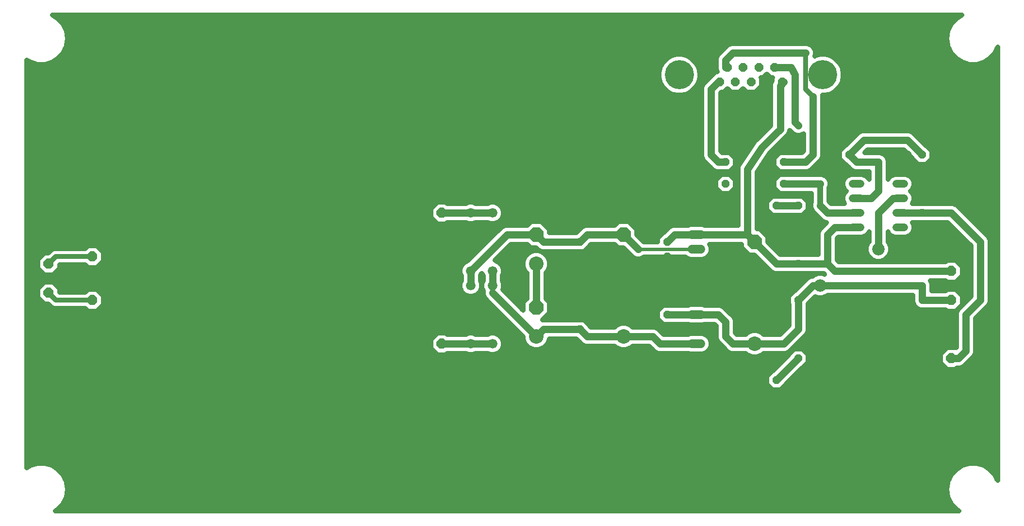
<source format=gbl>
G75*
%MOIN*%
%OFA0B0*%
%FSLAX24Y24*%
%IPPOS*%
%LPD*%
%AMOC8*
5,1,8,0,0,1.08239X$1,22.5*
%
%ADD10OC8,0.0520*%
%ADD11C,0.1000*%
%ADD12OC8,0.1000*%
%ADD13C,0.0660*%
%ADD14OC8,0.0600*%
%ADD15C,0.2000*%
%ADD16C,0.0520*%
%ADD17C,0.0600*%
%ADD18C,0.0500*%
%ADD19OC8,0.0700*%
%ADD20C,0.0320*%
%ADD21C,0.0240*%
%ADD22C,0.0860*%
%ADD23C,0.0400*%
%ADD24C,0.0396*%
D10*
X039348Y013285D03*
X039348Y014285D03*
X045348Y014285D03*
X045348Y013285D03*
X051848Y009785D03*
X052848Y009785D03*
X054348Y011285D03*
X054348Y015285D03*
X054348Y017785D03*
X054348Y021785D03*
X052848Y021785D03*
X051848Y021785D03*
X053348Y023285D03*
X053348Y024785D03*
X049348Y024785D03*
X049348Y023285D03*
X045348Y019285D03*
X045348Y018285D03*
X039348Y018285D03*
X039348Y019285D03*
X057848Y025285D03*
X061848Y025285D03*
X062848Y025285D03*
X062848Y021285D03*
D11*
X051348Y017285D03*
X051348Y012285D03*
X042348Y012785D03*
X036348Y012785D03*
X036348Y017785D03*
X042348Y017785D03*
D12*
X042348Y019785D03*
X036348Y019785D03*
X036348Y014785D03*
X042348Y014785D03*
X051348Y014285D03*
X051348Y019285D03*
D13*
X033348Y017285D03*
X031848Y017285D03*
X031848Y016285D03*
X033348Y016285D03*
X033348Y012285D03*
X031848Y012285D03*
X031848Y021285D03*
X033348Y021285D03*
D14*
X048938Y030285D03*
X050018Y030285D03*
X051098Y030285D03*
X052178Y030285D03*
X053258Y030285D03*
X052718Y031285D03*
X051638Y031285D03*
X050558Y031285D03*
X049478Y031285D03*
D15*
X046168Y030785D03*
X056028Y030785D03*
D16*
X058088Y023285D02*
X058608Y023285D01*
X058608Y022285D02*
X058088Y022285D01*
X058088Y021285D02*
X058608Y021285D01*
X058608Y020285D02*
X058088Y020285D01*
X061088Y020285D02*
X061608Y020285D01*
X061608Y021285D02*
X061088Y021285D01*
X061088Y022285D02*
X061608Y022285D01*
X061608Y023285D02*
X061088Y023285D01*
D17*
X047648Y019785D02*
X047048Y019785D01*
X047048Y018785D02*
X047648Y018785D01*
X047648Y017785D02*
X047048Y017785D01*
X047048Y014285D02*
X047648Y014285D01*
X047648Y013285D02*
X047048Y013285D01*
X047048Y012285D02*
X047648Y012285D01*
D18*
X047348Y012285D02*
X044848Y012285D01*
X044348Y012785D01*
X043348Y012785D01*
X042348Y012785D01*
X039848Y012785D01*
X039348Y013285D01*
X036848Y013285D01*
X036348Y012785D01*
X033348Y015785D01*
X033348Y016285D02*
X033348Y017285D01*
X031848Y017285D02*
X034348Y019785D01*
X036348Y019785D01*
X036848Y019285D01*
X039348Y019285D01*
X039848Y019785D01*
X042348Y019785D01*
X043348Y018785D01*
X045348Y019285D02*
X045848Y019785D01*
X047348Y019785D01*
X050848Y019785D01*
X050848Y024285D01*
X051848Y025785D01*
X052848Y026785D01*
X053098Y027035D01*
X053098Y027785D01*
X053098Y030035D01*
X053348Y030285D01*
X053258Y030285D01*
X054098Y030785D02*
X053848Y031285D01*
X052718Y031285D01*
X054098Y030785D02*
X054098Y027535D01*
X054348Y027285D01*
X053098Y027285D02*
X053098Y027785D01*
X055348Y029285D02*
X055348Y025285D01*
X054848Y024785D01*
X053348Y024785D01*
X053348Y023285D02*
X055848Y023285D01*
X058348Y022285D02*
X059348Y022285D01*
X059848Y022785D01*
X059848Y024785D01*
X058348Y024785D01*
X057848Y025285D01*
X058848Y026285D01*
X061848Y026285D01*
X062848Y025285D01*
X061348Y022285D02*
X060848Y022285D01*
X059848Y021285D01*
X059848Y018785D01*
X058348Y020285D02*
X056848Y020285D01*
X056348Y019785D01*
X056348Y017785D01*
X056848Y017285D01*
X064848Y017285D01*
X062848Y016285D02*
X062848Y015285D01*
X064848Y015285D01*
X065848Y014285D02*
X065848Y011785D01*
X065348Y011285D01*
X064848Y011285D01*
X065848Y014285D02*
X066848Y015285D01*
X066848Y019285D01*
X064848Y021285D01*
X062848Y021285D01*
X061348Y021285D01*
X058348Y021285D02*
X056348Y021285D01*
X055848Y021785D01*
X054348Y021785D02*
X052848Y021785D01*
X050848Y019785D02*
X051348Y019285D01*
X052848Y017785D01*
X054348Y017785D01*
X056348Y017785D01*
X055848Y016285D02*
X055348Y016285D01*
X054348Y015285D01*
X054348Y013285D01*
X053348Y012285D01*
X051348Y012285D01*
X049848Y012285D01*
X049348Y012785D01*
X049348Y013785D01*
X048848Y014285D01*
X047348Y014285D01*
X045348Y014285D01*
X052848Y009785D02*
X054348Y011285D01*
X055848Y016285D02*
X062848Y016285D01*
X049348Y024785D02*
X048848Y024785D01*
X048348Y025285D01*
X048348Y029785D01*
X048848Y030285D01*
X048938Y030285D01*
X049348Y031285D02*
X049348Y031785D01*
X049848Y032285D01*
X054848Y032285D01*
X049478Y031285D02*
X049348Y031285D01*
X033348Y021285D02*
X031848Y021285D01*
X029848Y021285D01*
X036348Y017785D02*
X036348Y014785D01*
X033348Y012285D02*
X031848Y012285D01*
X029848Y012285D01*
X031848Y016285D02*
X031848Y017285D01*
D19*
X029848Y016785D03*
X029848Y012285D03*
X029848Y021285D03*
X005848Y018285D03*
X002848Y017785D03*
X002848Y015785D03*
X005848Y015285D03*
X064848Y015285D03*
X064848Y017285D03*
X064848Y013285D03*
X064848Y011285D03*
D20*
X003527Y000925D02*
X003309Y000785D01*
X065387Y000785D01*
X065169Y000925D01*
X065169Y000925D01*
X064834Y001312D01*
X064834Y001312D01*
X064621Y001778D01*
X064621Y001778D01*
X064548Y002285D01*
X064548Y002285D01*
X064621Y002792D01*
X064621Y002792D01*
X064834Y003258D01*
X064834Y003258D01*
X065169Y003645D01*
X065169Y003645D01*
X065169Y003645D01*
X065600Y003922D01*
X065600Y003922D01*
X066092Y004067D01*
X066604Y004067D01*
X066604Y004067D01*
X067096Y003922D01*
X067527Y003645D01*
X067862Y003258D01*
X067862Y003258D01*
X068032Y002886D01*
X068032Y032684D01*
X067862Y032312D01*
X067862Y032312D01*
X067527Y031925D01*
X067527Y031925D01*
X067527Y031925D01*
X067096Y031648D01*
X066604Y031503D01*
X066092Y031503D01*
X065600Y031648D01*
X065169Y031925D01*
X065169Y031925D01*
X064834Y032312D01*
X064834Y032312D01*
X064621Y032778D01*
X064621Y032778D01*
X064548Y033285D01*
X064548Y033285D01*
X064621Y033792D01*
X064621Y033792D01*
X064834Y034258D01*
X064834Y034258D01*
X065169Y034645D01*
X065169Y034645D01*
X065169Y034645D01*
X065581Y034910D01*
X003115Y034910D01*
X003527Y034645D01*
X003527Y034645D01*
X003862Y034258D01*
X003862Y034258D01*
X004075Y033792D01*
X004075Y033792D01*
X004148Y033285D01*
X004075Y032778D01*
X004075Y032778D01*
X003862Y032312D01*
X003862Y032312D01*
X003527Y031925D01*
X003527Y031925D01*
X003527Y031925D01*
X003096Y031648D01*
X003096Y031648D01*
X002604Y031503D01*
X002092Y031503D01*
X001600Y031648D01*
X001600Y031648D01*
X001348Y031810D01*
X001348Y003760D01*
X001600Y003922D01*
X001600Y003922D01*
X002092Y004067D01*
X002604Y004067D01*
X003096Y003922D01*
X003096Y003922D01*
X003527Y003645D01*
X003527Y003645D01*
X003862Y003258D01*
X003862Y003258D01*
X004075Y002792D01*
X004075Y002792D01*
X004148Y002285D01*
X004075Y001778D01*
X003862Y001312D01*
X003862Y001312D01*
X003527Y000925D01*
X003527Y000925D01*
X003527Y000925D01*
X003646Y001063D02*
X065050Y001063D01*
X064802Y001381D02*
X003894Y001381D01*
X004039Y001700D02*
X064657Y001700D01*
X064586Y002018D02*
X004110Y002018D01*
X004075Y001778D02*
X004075Y001778D01*
X004141Y002337D02*
X064555Y002337D01*
X064601Y002655D02*
X004095Y002655D01*
X003992Y002974D02*
X064704Y002974D01*
X064863Y003292D02*
X003833Y003292D01*
X003557Y003611D02*
X065139Y003611D01*
X065623Y003929D02*
X003073Y003929D01*
X001623Y003929D02*
X001348Y003929D01*
X001348Y004248D02*
X068032Y004248D01*
X068032Y004566D02*
X001348Y004566D01*
X001348Y004885D02*
X068032Y004885D01*
X068032Y005203D02*
X001348Y005203D01*
X001348Y005522D02*
X068032Y005522D01*
X068032Y005840D02*
X001348Y005840D01*
X001348Y006159D02*
X068032Y006159D01*
X068032Y006477D02*
X001348Y006477D01*
X001348Y006796D02*
X068032Y006796D01*
X068032Y007114D02*
X001348Y007114D01*
X001348Y007433D02*
X068032Y007433D01*
X068032Y007751D02*
X001348Y007751D01*
X001348Y008070D02*
X068032Y008070D01*
X068032Y008388D02*
X001348Y008388D01*
X001348Y008707D02*
X068032Y008707D01*
X068032Y009025D02*
X001348Y009025D01*
X001348Y009344D02*
X052356Y009344D01*
X052188Y009512D02*
X052575Y009125D01*
X053121Y009125D01*
X053508Y009512D01*
X053508Y009526D01*
X054607Y010625D01*
X054621Y010625D01*
X055008Y011012D01*
X055008Y011558D01*
X054621Y011945D01*
X054075Y011945D01*
X053688Y011558D01*
X053688Y011544D01*
X052589Y010445D01*
X052575Y010445D01*
X052188Y010058D01*
X052188Y009512D01*
X052188Y009662D02*
X001348Y009662D01*
X001348Y009981D02*
X052188Y009981D01*
X051848Y009785D02*
X050348Y009785D01*
X048848Y011285D01*
X048848Y012285D01*
X047848Y013285D01*
X047348Y013285D01*
X045348Y013285D01*
X044848Y013285D01*
X043348Y014785D01*
X042348Y014785D01*
X042348Y017785D01*
X044848Y017785D01*
X045348Y018285D01*
X045848Y017785D01*
X047348Y017785D01*
X047848Y017785D01*
X048348Y018285D01*
X048848Y018285D01*
X049848Y017285D01*
X051348Y017285D01*
X051348Y014285D01*
X049998Y013914D02*
X049899Y014153D01*
X049716Y014336D01*
X049216Y014836D01*
X048977Y014935D01*
X047908Y014935D01*
X047787Y014985D01*
X046909Y014985D01*
X046788Y014935D01*
X045631Y014935D01*
X045621Y014945D01*
X045075Y014945D01*
X044688Y014558D01*
X044688Y014012D01*
X045075Y013625D01*
X045621Y013625D01*
X045631Y013635D01*
X046788Y013635D01*
X046909Y013585D01*
X047787Y013585D01*
X047908Y013635D01*
X048579Y013635D01*
X048698Y013516D01*
X048698Y012656D01*
X048797Y012417D01*
X049297Y011917D01*
X049480Y011734D01*
X049719Y011635D01*
X050725Y011635D01*
X050838Y011522D01*
X051169Y011385D01*
X051527Y011385D01*
X051858Y011522D01*
X051971Y011635D01*
X053477Y011635D01*
X053716Y011734D01*
X054716Y012734D01*
X054899Y012917D01*
X054998Y013156D01*
X054998Y015002D01*
X055008Y015012D01*
X055008Y015026D01*
X055509Y015527D01*
X055683Y015455D01*
X056013Y015455D01*
X056318Y015581D01*
X056372Y015635D01*
X062198Y015635D01*
X062198Y015156D01*
X062297Y014917D01*
X062480Y014734D01*
X062719Y014635D01*
X064437Y014635D01*
X064537Y014535D01*
X065159Y014535D01*
X065598Y014974D01*
X065598Y015596D01*
X065159Y016035D01*
X064537Y016035D01*
X064437Y015935D01*
X063498Y015935D01*
X063498Y016414D01*
X063407Y016635D01*
X064437Y016635D01*
X064537Y016535D01*
X065159Y016535D01*
X065598Y016974D01*
X065598Y017596D01*
X065159Y018035D01*
X064537Y018035D01*
X064437Y017935D01*
X057117Y017935D01*
X056998Y018054D01*
X056998Y019516D01*
X057117Y019635D01*
X057933Y019635D01*
X057957Y019625D01*
X058739Y019625D01*
X058982Y019726D01*
X059168Y019911D01*
X059198Y019985D01*
X059198Y019309D01*
X059144Y019255D01*
X059018Y018950D01*
X059018Y018620D01*
X059144Y018315D01*
X059378Y018081D01*
X059683Y017955D01*
X060013Y017955D01*
X060318Y018081D01*
X060552Y018315D01*
X060678Y018620D01*
X060678Y018950D01*
X060552Y019255D01*
X060498Y019309D01*
X060498Y019985D01*
X060529Y019911D01*
X060714Y019726D01*
X060957Y019625D01*
X061739Y019625D01*
X061982Y019726D01*
X062168Y019911D01*
X062268Y020154D01*
X062268Y020416D01*
X062177Y020635D01*
X062565Y020635D01*
X062575Y020625D01*
X063121Y020625D01*
X063131Y020635D01*
X064579Y020635D01*
X066198Y019016D01*
X066198Y015554D01*
X065480Y014836D01*
X065480Y014836D01*
X065297Y014653D01*
X065198Y014414D01*
X065198Y012054D01*
X065169Y012025D01*
X065159Y012035D01*
X064537Y012035D01*
X064098Y011596D01*
X064098Y010974D01*
X064537Y010535D01*
X065159Y010535D01*
X065259Y010635D01*
X065477Y010635D01*
X065716Y010734D01*
X065899Y010917D01*
X066399Y011417D01*
X066498Y011656D01*
X066498Y014016D01*
X067216Y014734D01*
X067399Y014917D01*
X067498Y015156D01*
X067498Y019414D01*
X067399Y019653D01*
X065399Y021653D01*
X065216Y021836D01*
X064977Y021935D01*
X063131Y021935D01*
X063121Y021945D01*
X062575Y021945D01*
X062565Y021935D01*
X062177Y021935D01*
X062268Y022154D01*
X062268Y022416D01*
X062168Y022659D01*
X062041Y022785D01*
X062168Y022911D01*
X062268Y023154D01*
X062268Y023416D01*
X062168Y023659D01*
X061982Y023845D01*
X061739Y023945D01*
X060957Y023945D01*
X060714Y023845D01*
X060529Y023659D01*
X060498Y023585D01*
X060498Y024914D01*
X060399Y025153D01*
X060216Y025336D01*
X059977Y025435D01*
X058917Y025435D01*
X059117Y025635D01*
X061579Y025635D01*
X062188Y025026D01*
X062188Y025012D01*
X062575Y024625D01*
X063121Y024625D01*
X063508Y025012D01*
X063508Y025558D01*
X063121Y025945D01*
X063107Y025945D01*
X062216Y026836D01*
X061977Y026935D01*
X058719Y026935D01*
X058480Y026836D01*
X058297Y026653D01*
X057589Y025945D01*
X057575Y025945D01*
X057188Y025558D01*
X057188Y025012D01*
X057575Y024625D01*
X057589Y024625D01*
X057797Y024417D01*
X057980Y024234D01*
X058219Y024135D01*
X059198Y024135D01*
X059198Y023585D01*
X059168Y023659D01*
X058982Y023845D01*
X058739Y023945D01*
X057957Y023945D01*
X057714Y023845D01*
X057529Y023659D01*
X057428Y023416D01*
X057428Y023154D01*
X057529Y022911D01*
X057655Y022785D01*
X057529Y022659D01*
X057428Y022416D01*
X057428Y022154D01*
X057519Y021935D01*
X056617Y021935D01*
X056448Y022104D01*
X056448Y023035D01*
X056498Y023156D01*
X056498Y023414D01*
X056399Y023653D01*
X056216Y023836D01*
X055977Y023935D01*
X053631Y023935D01*
X053621Y023945D01*
X053075Y023945D01*
X052688Y023558D01*
X052688Y023012D01*
X053075Y022625D01*
X053621Y022625D01*
X053631Y022635D01*
X055248Y022635D01*
X055248Y022035D01*
X055198Y021914D01*
X055198Y021656D01*
X055297Y021417D01*
X055980Y020734D01*
X056219Y020635D01*
X056279Y020635D01*
X055797Y020153D01*
X055698Y019914D01*
X055698Y018435D01*
X054631Y018435D01*
X054621Y018445D01*
X054075Y018445D01*
X054065Y018435D01*
X053117Y018435D01*
X052248Y019304D01*
X052248Y019658D01*
X051721Y020185D01*
X051498Y020185D01*
X051498Y024088D01*
X052353Y025371D01*
X053399Y026417D01*
X053466Y026484D01*
X053649Y026667D01*
X053748Y026906D01*
X053748Y026966D01*
X053980Y026734D01*
X054219Y026635D01*
X054477Y026635D01*
X054698Y026726D01*
X054698Y025554D01*
X054579Y025435D01*
X053631Y025435D01*
X053621Y025445D01*
X053075Y025445D01*
X052688Y025058D01*
X052688Y024512D01*
X053075Y024125D01*
X053621Y024125D01*
X053631Y024135D01*
X054977Y024135D01*
X055216Y024234D01*
X055399Y024417D01*
X055899Y024917D01*
X055998Y025156D01*
X055998Y029385D01*
X056212Y029385D01*
X056568Y029480D01*
X056888Y029665D01*
X057148Y029925D01*
X057333Y030245D01*
X057428Y030601D01*
X057428Y030969D01*
X057333Y031325D01*
X057148Y031645D01*
X056888Y031905D01*
X056568Y032090D01*
X056212Y032185D01*
X055844Y032185D01*
X055488Y032090D01*
X055465Y032077D01*
X055498Y032156D01*
X055498Y032414D01*
X055399Y032653D01*
X055216Y032836D01*
X054977Y032935D01*
X049719Y032935D01*
X049480Y032836D01*
X049297Y032653D01*
X048980Y032336D01*
X048980Y032336D01*
X048797Y032153D01*
X048698Y031914D01*
X048698Y031156D01*
X048769Y030985D01*
X048648Y030985D01*
X048513Y030850D01*
X048480Y030836D01*
X047797Y030153D01*
X047698Y029914D01*
X047698Y025156D01*
X047797Y024917D01*
X047980Y024734D01*
X048297Y024417D01*
X048480Y024234D01*
X048719Y024135D01*
X049065Y024135D01*
X049075Y024125D01*
X049621Y024125D01*
X050008Y024512D01*
X050008Y025058D01*
X049621Y025445D01*
X049107Y025445D01*
X048998Y025554D01*
X048998Y029516D01*
X049067Y029585D01*
X049228Y029585D01*
X049478Y029835D01*
X049728Y029585D01*
X050308Y029585D01*
X050558Y029835D01*
X050808Y029585D01*
X051388Y029585D01*
X051798Y029995D01*
X051798Y030575D01*
X051788Y030585D01*
X051928Y030585D01*
X052178Y030835D01*
X052428Y030585D01*
X052568Y030585D01*
X052558Y030575D01*
X052558Y030414D01*
X052547Y030403D01*
X052448Y030164D01*
X052448Y027304D01*
X051433Y026290D01*
X051379Y026253D01*
X051343Y026199D01*
X051297Y026153D01*
X051272Y026093D01*
X050343Y024699D01*
X050297Y024653D01*
X050272Y024593D01*
X050235Y024538D01*
X050223Y024474D01*
X050198Y024414D01*
X050198Y024349D01*
X050185Y024284D01*
X050198Y024221D01*
X050198Y020435D01*
X047908Y020435D01*
X047787Y020485D01*
X046909Y020485D01*
X046788Y020435D01*
X045719Y020435D01*
X045480Y020336D01*
X045297Y020153D01*
X045089Y019945D01*
X045075Y019945D01*
X044688Y019558D01*
X044688Y019305D01*
X043747Y019305D01*
X043248Y019804D01*
X043248Y020158D01*
X042721Y020685D01*
X041975Y020685D01*
X041725Y020435D01*
X039719Y020435D01*
X039480Y020336D01*
X039297Y020153D01*
X039089Y019945D01*
X039075Y019945D01*
X039065Y019935D01*
X037248Y019935D01*
X037248Y020158D01*
X036721Y020685D01*
X035975Y020685D01*
X035725Y020435D01*
X034219Y020435D01*
X033980Y020336D01*
X033797Y020153D01*
X031628Y017984D01*
X031435Y017904D01*
X031229Y017699D01*
X031118Y017430D01*
X031118Y017140D01*
X031198Y016947D01*
X031198Y016623D01*
X031118Y016430D01*
X031118Y016140D01*
X031229Y015872D01*
X031435Y015666D01*
X031703Y015555D01*
X031993Y015555D01*
X032262Y015666D01*
X032467Y015872D01*
X032578Y016140D01*
X032578Y016430D01*
X032498Y016623D01*
X032498Y016947D01*
X032547Y017065D01*
X032619Y017137D01*
X032698Y016947D01*
X032698Y016623D01*
X032618Y016430D01*
X032618Y016140D01*
X032705Y015931D01*
X032698Y015914D01*
X032698Y015656D01*
X032797Y015417D01*
X035448Y012766D01*
X035448Y012606D01*
X035585Y012275D01*
X035838Y012022D01*
X036169Y011885D01*
X036527Y011885D01*
X036858Y012022D01*
X037111Y012275D01*
X037248Y012606D01*
X037248Y012635D01*
X039065Y012635D01*
X039075Y012625D01*
X039089Y012625D01*
X039297Y012417D01*
X039480Y012234D01*
X039719Y012135D01*
X041725Y012135D01*
X041838Y012022D01*
X042169Y011885D01*
X042527Y011885D01*
X042858Y012022D01*
X042971Y012135D01*
X044079Y012135D01*
X044297Y011917D01*
X044480Y011734D01*
X044719Y011635D01*
X046788Y011635D01*
X046909Y011585D01*
X047787Y011585D01*
X048045Y011692D01*
X048241Y011889D01*
X048348Y012146D01*
X048348Y012424D01*
X048241Y012682D01*
X048045Y012878D01*
X047787Y012985D01*
X046909Y012985D01*
X046788Y012935D01*
X045117Y012935D01*
X044716Y013336D01*
X044477Y013435D01*
X042971Y013435D01*
X042858Y013548D01*
X042527Y013685D01*
X042169Y013685D01*
X041838Y013548D01*
X041725Y013435D01*
X040117Y013435D01*
X040008Y013544D01*
X040008Y013558D01*
X039621Y013945D01*
X039075Y013945D01*
X039065Y013935D01*
X036771Y013935D01*
X037248Y014412D01*
X037248Y015158D01*
X036998Y015408D01*
X036998Y017162D01*
X037111Y017275D01*
X037248Y017606D01*
X037248Y017964D01*
X037111Y018295D01*
X036858Y018548D01*
X036527Y018685D01*
X036169Y018685D01*
X035838Y018548D01*
X035585Y018295D01*
X035448Y017964D01*
X035448Y017606D01*
X035585Y017275D01*
X035698Y017162D01*
X035698Y015408D01*
X035448Y015158D01*
X035448Y014604D01*
X034030Y016023D01*
X034078Y016140D01*
X034078Y016430D01*
X033998Y016623D01*
X033998Y016947D01*
X034078Y017140D01*
X034078Y017430D01*
X033967Y017699D01*
X033762Y017904D01*
X033496Y018014D01*
X034617Y019135D01*
X035725Y019135D01*
X035975Y018885D01*
X036329Y018885D01*
X036480Y018734D01*
X036719Y018635D01*
X039065Y018635D01*
X039075Y018625D01*
X039621Y018625D01*
X040008Y019012D01*
X040008Y019026D01*
X040117Y019135D01*
X041725Y019135D01*
X041975Y018885D01*
X042329Y018885D01*
X042980Y018234D01*
X043219Y018135D01*
X043477Y018135D01*
X043716Y018234D01*
X043747Y018265D01*
X046578Y018265D01*
X046652Y018192D01*
X046909Y018085D01*
X047787Y018085D01*
X048045Y018192D01*
X048241Y018389D01*
X048348Y018646D01*
X048348Y018924D01*
X048261Y019135D01*
X050448Y019135D01*
X050448Y018912D01*
X050975Y018385D01*
X051329Y018385D01*
X052480Y017234D01*
X052719Y017135D01*
X054065Y017135D01*
X054075Y017125D01*
X054621Y017125D01*
X054631Y017135D01*
X056079Y017135D01*
X056159Y017054D01*
X056013Y017115D01*
X055683Y017115D01*
X055378Y016989D01*
X055324Y016935D01*
X055219Y016935D01*
X054980Y016836D01*
X054797Y016653D01*
X054089Y015945D01*
X054075Y015945D01*
X053688Y015558D01*
X053688Y015012D01*
X053698Y015002D01*
X053698Y013554D01*
X053079Y012935D01*
X051971Y012935D01*
X051858Y013048D01*
X051527Y013185D01*
X051169Y013185D01*
X050838Y013048D01*
X050725Y012935D01*
X050117Y012935D01*
X049998Y013054D01*
X049998Y013914D01*
X049998Y013803D02*
X053698Y013803D01*
X053698Y014121D02*
X049912Y014121D01*
X049613Y014440D02*
X053698Y014440D01*
X053698Y014758D02*
X049294Y014758D01*
X048698Y013484D02*
X042922Y013484D01*
X041774Y013484D02*
X040068Y013484D01*
X039764Y013803D02*
X044897Y013803D01*
X044688Y014121D02*
X036957Y014121D01*
X037248Y014440D02*
X044688Y014440D01*
X044888Y014758D02*
X037248Y014758D01*
X037248Y015077D02*
X053688Y015077D01*
X053688Y015395D02*
X037011Y015395D01*
X036998Y015714D02*
X053843Y015714D01*
X054176Y016032D02*
X036998Y016032D01*
X036998Y016351D02*
X054494Y016351D01*
X054797Y016653D02*
X054797Y016653D01*
X054813Y016669D02*
X036998Y016669D01*
X036998Y016988D02*
X055377Y016988D01*
X057109Y017943D02*
X064445Y017943D01*
X065251Y017943D02*
X066198Y017943D01*
X066198Y017625D02*
X065569Y017625D01*
X065598Y017306D02*
X066198Y017306D01*
X066198Y016988D02*
X065598Y016988D01*
X065293Y016669D02*
X066198Y016669D01*
X066198Y016351D02*
X063498Y016351D01*
X063498Y016032D02*
X064534Y016032D01*
X065162Y016032D02*
X066198Y016032D01*
X066198Y015714D02*
X065480Y015714D01*
X065598Y015395D02*
X066039Y015395D01*
X065720Y015077D02*
X065598Y015077D01*
X065402Y014758D02*
X065382Y014758D01*
X065208Y014440D02*
X054998Y014440D01*
X054998Y014758D02*
X062456Y014758D01*
X062231Y015077D02*
X055059Y015077D01*
X055377Y015395D02*
X062198Y015395D01*
X065198Y014121D02*
X054998Y014121D01*
X054998Y013803D02*
X065198Y013803D01*
X065198Y013484D02*
X054998Y013484D01*
X054998Y013166D02*
X065198Y013166D01*
X065198Y012847D02*
X054829Y012847D01*
X054511Y012529D02*
X065198Y012529D01*
X065198Y012210D02*
X054192Y012210D01*
X054021Y011892D02*
X053874Y011892D01*
X053703Y011573D02*
X051909Y011573D01*
X050787Y011573D02*
X033537Y011573D01*
X033493Y011555D02*
X033762Y011666D01*
X033967Y011872D01*
X034078Y012140D01*
X034078Y012430D01*
X033967Y012699D01*
X033762Y012904D01*
X033493Y013015D01*
X033203Y013015D01*
X033010Y012935D01*
X032186Y012935D01*
X031993Y013015D01*
X031703Y013015D01*
X031510Y012935D01*
X030259Y012935D01*
X030159Y013035D01*
X029537Y013035D01*
X029098Y012596D01*
X029098Y011974D01*
X029537Y011535D01*
X030159Y011535D01*
X030259Y011635D01*
X031510Y011635D01*
X031703Y011555D01*
X031993Y011555D01*
X032186Y011635D01*
X033010Y011635D01*
X033203Y011555D01*
X033493Y011555D01*
X033159Y011573D02*
X032037Y011573D01*
X031659Y011573D02*
X030197Y011573D01*
X029499Y011573D02*
X001348Y011573D01*
X001348Y011255D02*
X053398Y011255D01*
X053080Y010936D02*
X001348Y010936D01*
X001348Y010618D02*
X052761Y010618D01*
X052429Y010299D02*
X001348Y010299D01*
X001348Y011892D02*
X029181Y011892D01*
X029098Y012210D02*
X001348Y012210D01*
X001348Y012529D02*
X029098Y012529D01*
X029349Y012847D02*
X001348Y012847D01*
X001348Y013166D02*
X035048Y013166D01*
X034730Y013484D02*
X001348Y013484D01*
X001348Y013803D02*
X034411Y013803D01*
X034093Y014121D02*
X001348Y014121D01*
X001348Y014440D02*
X033774Y014440D01*
X033456Y014758D02*
X006382Y014758D01*
X006598Y014974D02*
X006598Y015596D01*
X006159Y016035D01*
X005537Y016035D01*
X005347Y015845D01*
X003598Y015845D01*
X003598Y016096D01*
X003159Y016535D01*
X002537Y016535D01*
X002098Y016096D01*
X002098Y015474D01*
X002537Y015035D01*
X002806Y015035D01*
X003031Y014810D01*
X003237Y014725D01*
X005347Y014725D01*
X005537Y014535D01*
X006159Y014535D01*
X006598Y014974D01*
X006598Y015077D02*
X033137Y015077D01*
X032819Y015395D02*
X006598Y015395D01*
X006480Y015714D02*
X031387Y015714D01*
X031163Y016032D02*
X006162Y016032D01*
X005534Y016032D02*
X003598Y016032D01*
X003343Y016351D02*
X031118Y016351D01*
X031198Y016669D02*
X001348Y016669D01*
X001348Y016351D02*
X002353Y016351D01*
X002098Y016032D02*
X001348Y016032D01*
X001348Y015714D02*
X002098Y015714D01*
X002177Y015395D02*
X001348Y015395D01*
X001348Y015077D02*
X002496Y015077D01*
X003157Y014758D02*
X001348Y014758D01*
X002848Y015785D02*
X003348Y015285D01*
X005848Y015285D01*
X003598Y017474D02*
X003159Y017035D01*
X002537Y017035D01*
X002098Y017474D01*
X002098Y018096D01*
X002537Y018535D01*
X002806Y018535D01*
X003031Y018760D01*
X003237Y018845D01*
X003459Y018845D01*
X005347Y018845D01*
X005537Y019035D01*
X006159Y019035D01*
X006598Y018596D01*
X006598Y017974D01*
X006159Y017535D01*
X005537Y017535D01*
X005347Y017725D01*
X003598Y017725D01*
X003598Y017474D01*
X003598Y017625D02*
X005448Y017625D01*
X005848Y018285D02*
X003348Y018285D01*
X002848Y017785D01*
X002266Y017306D02*
X001348Y017306D01*
X001348Y016988D02*
X031181Y016988D01*
X031118Y017306D02*
X003430Y017306D01*
X002098Y017625D02*
X001348Y017625D01*
X001348Y017943D02*
X002098Y017943D01*
X002264Y018262D02*
X001348Y018262D01*
X001348Y018580D02*
X002851Y018580D01*
X001348Y018899D02*
X005401Y018899D01*
X006295Y018899D02*
X032542Y018899D01*
X032861Y019217D02*
X001348Y019217D01*
X001348Y019536D02*
X033179Y019536D01*
X033498Y019854D02*
X001348Y019854D01*
X001348Y020173D02*
X033816Y020173D01*
X033762Y020666D02*
X033493Y020555D01*
X033203Y020555D01*
X033010Y020635D01*
X032186Y020635D01*
X031993Y020555D01*
X031703Y020555D01*
X031510Y020635D01*
X030259Y020635D01*
X030159Y020535D01*
X029537Y020535D01*
X029098Y020974D01*
X029098Y021596D01*
X029537Y022035D01*
X030159Y022035D01*
X030259Y021935D01*
X031510Y021935D01*
X031703Y022015D01*
X031993Y022015D01*
X032186Y021935D01*
X033010Y021935D01*
X033203Y022015D01*
X033493Y022015D01*
X033762Y021904D01*
X033967Y021699D01*
X034078Y021430D01*
X034078Y021140D01*
X033967Y020872D01*
X033762Y020666D01*
X033905Y020810D02*
X050198Y020810D01*
X050198Y021128D02*
X034073Y021128D01*
X034071Y021447D02*
X050198Y021447D01*
X050198Y021765D02*
X033900Y021765D01*
X035781Y020491D02*
X001348Y020491D01*
X001348Y020810D02*
X029263Y020810D01*
X029098Y021128D02*
X001348Y021128D01*
X001348Y021447D02*
X029098Y021447D01*
X029267Y021765D02*
X001348Y021765D01*
X001348Y022084D02*
X050198Y022084D01*
X050198Y022402D02*
X001348Y022402D01*
X001348Y022721D02*
X048979Y022721D01*
X049075Y022625D02*
X049621Y022625D01*
X050008Y023012D01*
X050008Y023558D01*
X049621Y023945D01*
X049075Y023945D01*
X048688Y023558D01*
X048688Y023012D01*
X049075Y022625D01*
X048688Y023039D02*
X001348Y023039D01*
X001348Y023358D02*
X048688Y023358D01*
X048806Y023676D02*
X001348Y023676D01*
X001348Y023995D02*
X050198Y023995D01*
X050191Y024313D02*
X049809Y024313D01*
X050008Y024632D02*
X050288Y024632D01*
X050510Y024950D02*
X050008Y024950D01*
X049798Y025269D02*
X050723Y025269D01*
X050935Y025587D02*
X048998Y025587D01*
X048998Y025906D02*
X051147Y025906D01*
X051360Y026224D02*
X048998Y026224D01*
X048998Y026543D02*
X051686Y026543D01*
X052005Y026861D02*
X048998Y026861D01*
X048998Y027180D02*
X052323Y027180D01*
X052448Y027498D02*
X048998Y027498D01*
X048998Y027817D02*
X052448Y027817D01*
X052448Y028135D02*
X048998Y028135D01*
X048998Y028454D02*
X052448Y028454D01*
X052448Y028772D02*
X048998Y028772D01*
X048998Y029091D02*
X052448Y029091D01*
X052448Y029409D02*
X048998Y029409D01*
X049371Y029728D02*
X049586Y029728D01*
X050451Y029728D02*
X050666Y029728D01*
X051531Y029728D02*
X052448Y029728D01*
X052448Y030046D02*
X051798Y030046D01*
X051798Y030365D02*
X052531Y030365D01*
X052330Y030683D02*
X052026Y030683D01*
X054848Y029785D02*
X054848Y032285D01*
X055498Y032276D02*
X064865Y032276D01*
X064705Y032594D02*
X055424Y032594D01*
X055032Y032913D02*
X064602Y032913D01*
X064556Y033231D02*
X004140Y033231D01*
X004110Y033550D02*
X064586Y033550D01*
X064656Y033868D02*
X004040Y033868D01*
X003895Y034187D02*
X064801Y034187D01*
X065048Y034505D02*
X003648Y034505D01*
X003250Y034824D02*
X065447Y034824D01*
X067991Y032594D02*
X068032Y032594D01*
X068032Y032276D02*
X067831Y032276D01*
X068032Y031957D02*
X067555Y031957D01*
X068032Y031639D02*
X067065Y031639D01*
X068032Y031320D02*
X057334Y031320D01*
X057419Y031002D02*
X068032Y031002D01*
X068032Y030683D02*
X057428Y030683D01*
X057365Y030365D02*
X068032Y030365D01*
X068032Y030046D02*
X057218Y030046D01*
X056950Y029728D02*
X068032Y029728D01*
X068032Y029409D02*
X056302Y029409D01*
X055998Y029091D02*
X068032Y029091D01*
X068032Y028772D02*
X055998Y028772D01*
X055998Y028454D02*
X068032Y028454D01*
X068032Y028135D02*
X055998Y028135D01*
X055998Y027817D02*
X068032Y027817D01*
X068032Y027498D02*
X055998Y027498D01*
X055998Y027180D02*
X068032Y027180D01*
X068032Y026861D02*
X062156Y026861D01*
X062510Y026543D02*
X068032Y026543D01*
X068032Y026224D02*
X062828Y026224D01*
X063161Y025906D02*
X068032Y025906D01*
X068032Y025587D02*
X063479Y025587D01*
X063508Y025269D02*
X068032Y025269D01*
X068032Y024950D02*
X063446Y024950D01*
X063128Y024632D02*
X068032Y024632D01*
X068032Y024313D02*
X060498Y024313D01*
X060498Y023995D02*
X068032Y023995D01*
X068032Y023676D02*
X062150Y023676D01*
X062268Y023358D02*
X068032Y023358D01*
X068032Y023039D02*
X062221Y023039D01*
X062106Y022721D02*
X068032Y022721D01*
X068032Y022402D02*
X062268Y022402D01*
X062239Y022084D02*
X068032Y022084D01*
X068032Y021765D02*
X065287Y021765D01*
X065606Y021447D02*
X068032Y021447D01*
X068032Y021128D02*
X065924Y021128D01*
X066243Y020810D02*
X068032Y020810D01*
X068032Y020491D02*
X066561Y020491D01*
X066880Y020173D02*
X068032Y020173D01*
X068032Y019854D02*
X067198Y019854D01*
X067448Y019536D02*
X068032Y019536D01*
X068032Y019217D02*
X067498Y019217D01*
X067498Y018899D02*
X068032Y018899D01*
X068032Y018580D02*
X067498Y018580D01*
X067498Y018262D02*
X068032Y018262D01*
X068032Y017943D02*
X067498Y017943D01*
X067498Y017625D02*
X068032Y017625D01*
X068032Y017306D02*
X067498Y017306D01*
X067498Y016988D02*
X068032Y016988D01*
X068032Y016669D02*
X067498Y016669D01*
X067498Y016351D02*
X068032Y016351D01*
X068032Y016032D02*
X067498Y016032D01*
X067498Y015714D02*
X068032Y015714D01*
X068032Y015395D02*
X067498Y015395D01*
X067465Y015077D02*
X068032Y015077D01*
X068032Y014758D02*
X067240Y014758D01*
X066922Y014440D02*
X068032Y014440D01*
X068032Y014121D02*
X066603Y014121D01*
X066498Y013803D02*
X068032Y013803D01*
X068032Y013484D02*
X066498Y013484D01*
X066498Y013166D02*
X068032Y013166D01*
X068032Y012847D02*
X066498Y012847D01*
X066498Y012529D02*
X068032Y012529D01*
X068032Y012210D02*
X066498Y012210D01*
X066498Y011892D02*
X068032Y011892D01*
X068032Y011573D02*
X066464Y011573D01*
X066237Y011255D02*
X068032Y011255D01*
X068032Y010936D02*
X065918Y010936D01*
X065241Y010618D02*
X068032Y010618D01*
X068032Y010299D02*
X054281Y010299D01*
X053963Y009981D02*
X068032Y009981D01*
X068032Y009662D02*
X053644Y009662D01*
X053340Y009344D02*
X068032Y009344D01*
X064455Y010618D02*
X054600Y010618D01*
X054932Y010936D02*
X064136Y010936D01*
X064098Y011255D02*
X055008Y011255D01*
X054993Y011573D02*
X064098Y011573D01*
X064394Y011892D02*
X054675Y011892D01*
X053309Y013166D02*
X051574Y013166D01*
X051122Y013166D02*
X049998Y013166D01*
X049998Y013484D02*
X053628Y013484D01*
X049322Y011892D02*
X048243Y011892D01*
X048348Y012210D02*
X049004Y012210D01*
X048751Y012529D02*
X048305Y012529D01*
X048076Y012847D02*
X048698Y012847D01*
X048698Y013166D02*
X044887Y013166D01*
X044322Y011892D02*
X042543Y011892D01*
X042153Y011892D02*
X036543Y011892D01*
X036153Y011892D02*
X033975Y011892D01*
X034078Y012210D02*
X035650Y012210D01*
X035480Y012529D02*
X034037Y012529D01*
X033818Y012847D02*
X035367Y012847D01*
X037046Y012210D02*
X039538Y012210D01*
X039185Y012529D02*
X037216Y012529D01*
X039348Y014285D02*
X039848Y014785D01*
X042348Y014785D01*
X037124Y017306D02*
X052408Y017306D01*
X052089Y017625D02*
X037248Y017625D01*
X037248Y017943D02*
X051771Y017943D01*
X051452Y018262D02*
X048114Y018262D01*
X048321Y018580D02*
X050780Y018580D01*
X050462Y018899D02*
X048348Y018899D01*
X046582Y018262D02*
X043744Y018262D01*
X042952Y018262D02*
X037125Y018262D01*
X036781Y018580D02*
X042634Y018580D01*
X041962Y018899D02*
X039895Y018899D01*
X039348Y018285D02*
X039848Y017785D01*
X042348Y017785D01*
X043517Y019536D02*
X044688Y019536D01*
X044984Y019854D02*
X043248Y019854D01*
X043233Y020173D02*
X045316Y020173D01*
X042915Y020491D02*
X050198Y020491D01*
X051498Y020491D02*
X056135Y020491D01*
X055904Y020810D02*
X051498Y020810D01*
X051498Y021128D02*
X052572Y021128D01*
X052575Y021125D02*
X053121Y021125D01*
X053131Y021135D01*
X054065Y021135D01*
X054075Y021125D01*
X054621Y021125D01*
X055008Y021512D01*
X055008Y022058D01*
X054621Y022445D01*
X054075Y022445D01*
X054065Y022435D01*
X053131Y022435D01*
X053121Y022445D01*
X052575Y022445D01*
X052188Y022058D01*
X052188Y021512D01*
X052575Y021125D01*
X052253Y021447D02*
X051498Y021447D01*
X051498Y021765D02*
X052188Y021765D01*
X052213Y022084D02*
X051498Y022084D01*
X051498Y022402D02*
X052532Y022402D01*
X052979Y022721D02*
X051498Y022721D01*
X051498Y023039D02*
X052688Y023039D01*
X052688Y023358D02*
X051498Y023358D01*
X051498Y023676D02*
X052806Y023676D01*
X052887Y024313D02*
X051648Y024313D01*
X051498Y023995D02*
X059198Y023995D01*
X059198Y023676D02*
X059150Y023676D01*
X060498Y023676D02*
X060546Y023676D01*
X060498Y024632D02*
X062568Y024632D01*
X062250Y024950D02*
X060483Y024950D01*
X060284Y025269D02*
X061945Y025269D01*
X061627Y025587D02*
X059069Y025587D01*
X058186Y026543D02*
X055998Y026543D01*
X055998Y026861D02*
X058540Y026861D01*
X057868Y026224D02*
X055998Y026224D01*
X055998Y025906D02*
X057535Y025906D01*
X057217Y025587D02*
X055998Y025587D01*
X055998Y025269D02*
X057188Y025269D01*
X057250Y024950D02*
X055913Y024950D01*
X055614Y024632D02*
X057568Y024632D01*
X057901Y024313D02*
X055295Y024313D01*
X056376Y023676D02*
X057546Y023676D01*
X057428Y023358D02*
X056498Y023358D01*
X056450Y023039D02*
X057476Y023039D01*
X057590Y022721D02*
X056448Y022721D01*
X056448Y022402D02*
X057428Y022402D01*
X057457Y022084D02*
X056469Y022084D01*
X055248Y022084D02*
X054983Y022084D01*
X055008Y021765D02*
X055198Y021765D01*
X055285Y021447D02*
X054943Y021447D01*
X054624Y021128D02*
X055586Y021128D01*
X055816Y020173D02*
X051733Y020173D01*
X052052Y019854D02*
X055698Y019854D01*
X055698Y019536D02*
X052248Y019536D01*
X052335Y019217D02*
X055698Y019217D01*
X055698Y018899D02*
X052654Y018899D01*
X052972Y018580D02*
X055698Y018580D01*
X056998Y018580D02*
X059035Y018580D01*
X059018Y018899D02*
X056998Y018899D01*
X056998Y019217D02*
X059129Y019217D01*
X059198Y019536D02*
X057018Y019536D01*
X056998Y018262D02*
X059198Y018262D01*
X060498Y018262D02*
X066198Y018262D01*
X066198Y018580D02*
X060662Y018580D01*
X060678Y018899D02*
X066198Y018899D01*
X065997Y019217D02*
X060567Y019217D01*
X060498Y019536D02*
X065678Y019536D01*
X065360Y019854D02*
X062110Y019854D01*
X062268Y020173D02*
X065041Y020173D01*
X064723Y020491D02*
X062237Y020491D01*
X060586Y019854D02*
X060498Y019854D01*
X059198Y019854D02*
X059110Y019854D01*
X055248Y022402D02*
X054664Y022402D01*
X054072Y021128D02*
X053124Y021128D01*
X050198Y022721D02*
X049717Y022721D01*
X050008Y023039D02*
X050198Y023039D01*
X050198Y023358D02*
X050008Y023358D01*
X049890Y023676D02*
X050198Y023676D01*
X051860Y024632D02*
X052688Y024632D01*
X052688Y024950D02*
X052073Y024950D01*
X052285Y025269D02*
X052898Y025269D01*
X052569Y025587D02*
X054698Y025587D01*
X054698Y025906D02*
X052888Y025906D01*
X053206Y026224D02*
X054698Y026224D01*
X054698Y026543D02*
X053525Y026543D01*
X053399Y026417D02*
X053399Y026417D01*
X053730Y026861D02*
X053853Y026861D01*
X055348Y029285D02*
X054848Y029785D01*
X057152Y031639D02*
X065631Y031639D01*
X065141Y031957D02*
X056798Y031957D01*
X049664Y032913D02*
X004094Y032913D01*
X003991Y032594D02*
X049238Y032594D01*
X049297Y032653D02*
X049297Y032653D01*
X048919Y032276D02*
X003831Y032276D01*
X003555Y031957D02*
X045398Y031957D01*
X045308Y031905D02*
X045628Y032090D01*
X045984Y032185D01*
X046352Y032185D01*
X046708Y032090D01*
X047028Y031905D01*
X047288Y031645D01*
X047473Y031325D01*
X047568Y030969D01*
X047568Y030601D01*
X047473Y030245D01*
X047288Y029925D01*
X047028Y029665D01*
X046708Y029480D01*
X046352Y029385D01*
X045984Y029385D01*
X045628Y029480D01*
X045308Y029665D01*
X045048Y029925D01*
X044863Y030245D01*
X044768Y030601D01*
X044768Y030969D01*
X044863Y031325D01*
X045048Y031645D01*
X045308Y031905D01*
X045044Y031639D02*
X003065Y031639D01*
X001631Y031639D02*
X001348Y031639D01*
X001348Y031320D02*
X044862Y031320D01*
X044777Y031002D02*
X001348Y031002D01*
X001348Y030683D02*
X044768Y030683D01*
X044831Y030365D02*
X001348Y030365D01*
X001348Y030046D02*
X044978Y030046D01*
X045246Y029728D02*
X001348Y029728D01*
X001348Y029409D02*
X045894Y029409D01*
X046442Y029409D02*
X047698Y029409D01*
X047698Y029091D02*
X001348Y029091D01*
X001348Y028772D02*
X047698Y028772D01*
X047698Y028454D02*
X001348Y028454D01*
X001348Y028135D02*
X047698Y028135D01*
X047698Y027817D02*
X001348Y027817D01*
X001348Y027498D02*
X047698Y027498D01*
X047698Y027180D02*
X001348Y027180D01*
X001348Y026861D02*
X047698Y026861D01*
X047698Y026543D02*
X001348Y026543D01*
X001348Y026224D02*
X047698Y026224D01*
X047698Y025906D02*
X001348Y025906D01*
X001348Y025587D02*
X047698Y025587D01*
X047698Y025269D02*
X001348Y025269D01*
X001348Y024950D02*
X047783Y024950D01*
X048082Y024632D02*
X001348Y024632D01*
X001348Y024313D02*
X048401Y024313D01*
X041781Y020491D02*
X036915Y020491D01*
X037233Y020173D02*
X039316Y020173D01*
X035962Y018899D02*
X034381Y018899D01*
X034062Y018580D02*
X035916Y018580D01*
X035571Y018262D02*
X033744Y018262D01*
X033667Y017943D02*
X035448Y017943D01*
X035448Y017625D02*
X033998Y017625D01*
X034078Y017306D02*
X035572Y017306D01*
X035698Y016988D02*
X034015Y016988D01*
X033998Y016669D02*
X035698Y016669D01*
X035698Y016351D02*
X034078Y016351D01*
X034033Y016032D02*
X035698Y016032D01*
X035698Y015714D02*
X034339Y015714D01*
X034657Y015395D02*
X035685Y015395D01*
X035448Y015077D02*
X034976Y015077D01*
X035294Y014758D02*
X035448Y014758D01*
X033348Y015785D02*
X033348Y016285D01*
X032663Y016032D02*
X032533Y016032D01*
X032578Y016351D02*
X032618Y016351D01*
X032698Y016669D02*
X032498Y016669D01*
X032515Y016988D02*
X032681Y016988D01*
X031199Y017625D02*
X006248Y017625D01*
X006567Y017943D02*
X031529Y017943D01*
X031905Y018262D02*
X006598Y018262D01*
X006598Y018580D02*
X032224Y018580D01*
X032309Y015714D02*
X032698Y015714D01*
X047090Y029728D02*
X047698Y029728D01*
X047753Y030046D02*
X047358Y030046D01*
X047505Y030365D02*
X048008Y030365D01*
X048327Y030683D02*
X047568Y030683D01*
X047559Y031002D02*
X048762Y031002D01*
X048698Y031320D02*
X047474Y031320D01*
X047292Y031639D02*
X048698Y031639D01*
X048716Y031957D02*
X046938Y031957D01*
X067073Y003929D02*
X068032Y003929D01*
X068032Y003611D02*
X067557Y003611D01*
X067833Y003292D02*
X068032Y003292D01*
X068032Y002974D02*
X067992Y002974D01*
D21*
X047348Y018785D02*
X043348Y018785D01*
D22*
X048848Y018285D03*
X048848Y021785D03*
X055848Y016285D03*
X059848Y018785D03*
D23*
X055848Y021785D02*
X055848Y023285D01*
D24*
X054348Y027285D03*
M02*

</source>
